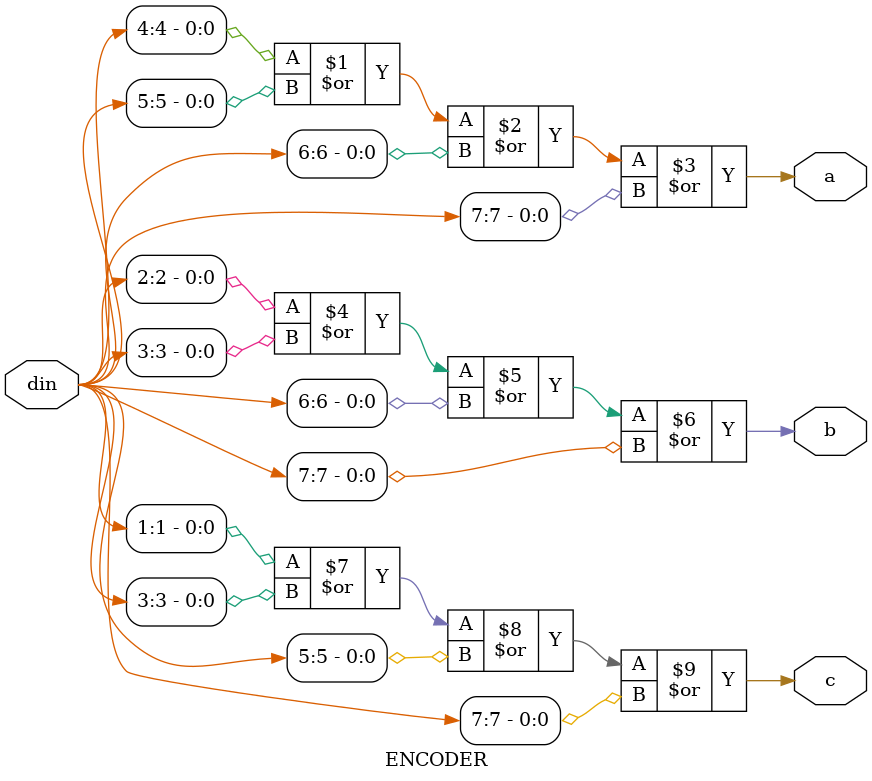
<source format=v>
module ENCODER(din,a,b,c);
input [0:7] din;
output a,b,c;
assign a=(din[4]| din[5]| din[6 ]| din[7]);
assign b=(din[2]| din[3]| din[6]| din[7]);
assign c=(din[1]| din[3]| din[5 ]| din[7]);
endmodule
</source>
